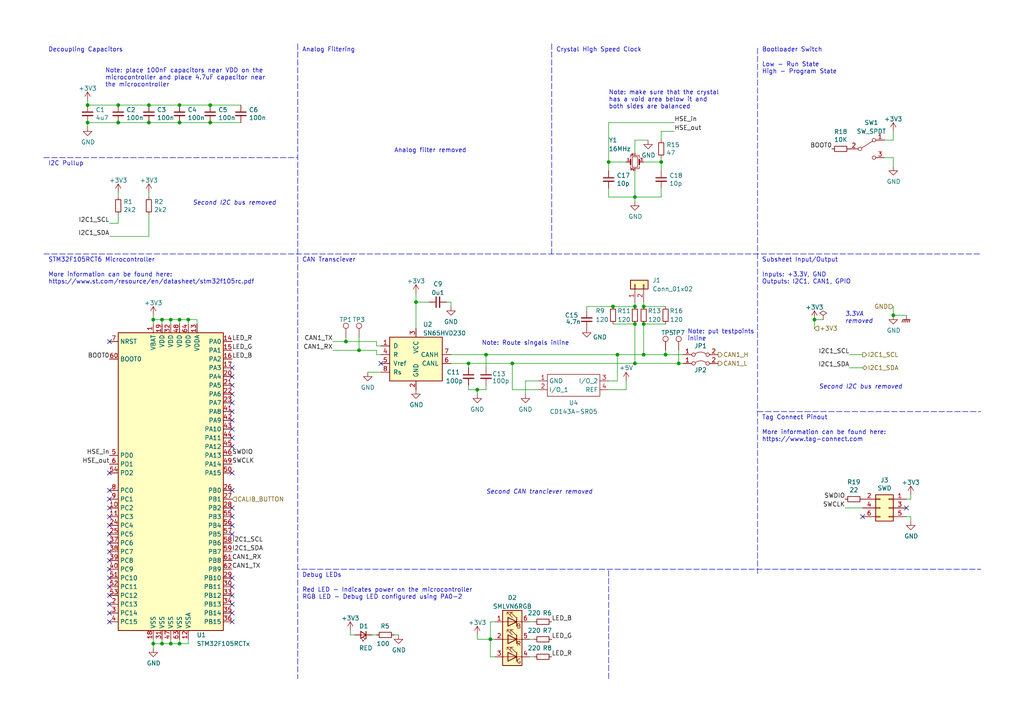
<source format=kicad_sch>
(kicad_sch (version 20211123) (generator eeschema)
  (paper "A4")
  (title_block (title "STM32F105RCT6 Subsheet") (date "2022-10-09") (company "Longhorn Racing"))
  (lib_symbols
    (symbol "Connector:TestPoint" (pin_numbers hide) (pin_names (offset 0.762) hide)
      (property "Reference" "TP" (at 0 6.858 0))
      (property "Value" "TestPoint" (at 0 5.08 0))
      (symbol "TestPoint_0_1"
        (circle (center 0 3.302) (radius 0.762))
      )
      (symbol "TestPoint_1_1"
        (pin passive line (at 0 0 90) (length 2.54) (name "1") (number "1"))
      )
    )
    (symbol "Connector_Generic:Conn_01x02" (pin_names (offset 1.016) hide)
      (property "Reference" "J" (at 0 2.54 0))
      (property "Value" "Conn_01x02" (at 0 -5.08 0))
      (symbol "Conn_01x02_1_1"
        (rectangle (start -1.27 -2.413) (end 0 -2.667) (stroke (width 0.1524)))
        (rectangle (start -1.27 0.127) (end 0 -0.127) (stroke (width 0.1524)))
        (rectangle (start -1.27 1.27) (end 1.27 -3.81) (stroke (width 0.254)) (fill (type background)))
        (pin passive line (at -5.08 0 0) (length 3.81) (name "Pin_1") (number "1"))
        (pin passive line (at -5.08 -2.54 0) (length 3.81) (name "Pin_2") (number "2"))
      )
    )
    (symbol "Connector_Generic:Conn_02x03_Odd_Even" (pin_names (offset 1.016) hide)
      (property "Reference" "J" (at 1.27 5.08 0))
      (property "Value" "Conn_02x03_Odd_Even" (at 1.27 -5.08 0))
      (symbol "Conn_02x03_Odd_Even_1_1"
        (rectangle (start -1.27 -2.413) (end 0 -2.667) (stroke (width 0.1524)))
        (rectangle (start -1.27 0.127) (end 0 -0.127) (stroke (width 0.1524)))
        (rectangle (start -1.27 2.667) (end 0 2.413) (stroke (width 0.1524)))
        (rectangle (start -1.27 3.81) (end 3.81 -3.81) (stroke (width 0.254)) (fill (type background)))
        (rectangle (start 3.81 -2.413) (end 2.54 -2.667) (stroke (width 0.1524)))
        (rectangle (start 3.81 0.127) (end 2.54 -0.127) (stroke (width 0.1524)))
        (rectangle (start 3.81 2.667) (end 2.54 2.413) (stroke (width 0.1524)))
        (pin passive line (at -5.08 2.54 0) (length 3.81) (name "Pin_1") (number "1"))
        (pin passive line (at 7.62 2.54 180) (length 3.81) (name "Pin_2") (number "2"))
        (pin passive line (at -5.08 0 0) (length 3.81) (name "Pin_3") (number "3"))
        (pin passive line (at 7.62 0 180) (length 3.81) (name "Pin_4") (number "4"))
        (pin passive line (at -5.08 -2.54 0) (length 3.81) (name "Pin_5") (number "5"))
        (pin passive line (at 7.62 -2.54 180) (length 3.81) (name "Pin_6") (number "6"))
      )
    )
    (symbol "Device:C_Small" (pin_numbers hide) (pin_names (offset 0.254) hide)
      (property "Reference" "C" (at 0.254 1.778 0))
      (property "Value" "C_Small" (at 0.254 -2.032 0))
      (symbol "C_Small_0_1"
        (polyline (pts (xy -1.524 -0.508) (xy 1.524 -0.508)) (stroke (width 0.3302)))
        (polyline (pts (xy -1.524 0.508) (xy 1.524 0.508)) (stroke (width 0.3048)))
      )
      (symbol "C_Small_1_1"
        (pin passive line (at 0 2.54 270) (length 2.032) (name "~") (number "1"))
        (pin passive line (at 0 -2.54 90) (length 2.032) (name "~") (number "2"))
      )
    )
    (symbol "Device:Crystal_GND24_Small" (pin_names (offset 1.016) hide)
      (property "Reference" "Y" (at 1.27 4.445 0))
      (property "Value" "Crystal_GND24_Small" (at 1.27 2.54 0))
      (symbol "Crystal_GND24_Small_0_1"
        (rectangle (start -0.762 -1.524) (end 0.762 1.524))
        (polyline (pts (xy -1.27 -0.762) (xy -1.27 0.762)) (stroke (width 0.381)))
        (polyline (pts (xy 1.27 -0.762) (xy 1.27 0.762)) (stroke (width 0.381)))
        (polyline (pts (xy -1.27 -1.27) (xy -1.27 -1.905) (xy 1.27 -1.905) (xy 1.27 -1.27)))
        (polyline (pts (xy -1.27 1.27) (xy -1.27 1.905) (xy 1.27 1.905) (xy 1.27 1.27)))
      )
      (symbol "Crystal_GND24_Small_1_1"
        (pin passive line (at -2.54 0 0) (length 1.27) (name "1") (number "1"))
        (pin passive line (at 0 -2.54 90) (length 0.635) (name "2") (number "2"))
        (pin passive line (at 2.54 0 180) (length 1.27) (name "3") (number "3"))
        (pin passive line (at 0 2.54 270) (length 0.635) (name "4") (number "4"))
      )
    )
    (symbol "Device:LED_Small" (pin_numbers hide) (pin_names (offset 0.254) hide)
      (property "Reference" "D" (at -1.27 3.175 0))
      (property "Value" "LED_Small" (at -4.445 -2.54 0))
      (symbol "LED_Small_0_1"
        (polyline (pts (xy -0.762 -1.016) (xy -0.762 1.016)) (stroke (width 0.254)))
        (polyline (pts (xy 1.016 0) (xy -0.762 0)))
        (polyline (pts (xy 0.762 -1.016) (xy -0.762 0) (xy 0.762 1.016) (xy 0.762 -1.016)) (stroke (width 0.254)))
        (polyline (pts (xy 0 0.762) (xy -0.508 1.27) (xy -0.254 1.27) (xy -0.508 1.27) (xy -0.508 1.016)))
        (polyline (pts (xy 0.508 1.27) (xy 0 1.778) (xy 0.254 1.778) (xy 0 1.778) (xy 0 1.524)))
      )
      (symbol "LED_Small_1_1"
        (pin passive line (at -2.54 0 0) (length 1.778) (name "K") (number "1"))
        (pin passive line (at 2.54 0 180) (length 1.778) (name "A") (number "2"))
      )
    )
    (symbol "Device:R_Small" (pin_numbers hide) (pin_names (offset 0.254) hide)
      (property "Reference" "R" (at 0.762 0.508 0))
      (property "Value" "R_Small" (at 0.762 -1.016 0))
      (symbol "R_Small_0_1"
        (rectangle (start -0.762 1.778) (end 0.762 -1.778) (stroke (width 0.2032)))
      )
      (symbol "R_Small_1_1"
        (pin passive line (at 0 2.54 270) (length 0.762) (name "~") (number "1"))
        (pin passive line (at 0 -2.54 90) (length 0.762) (name "~") (number "2"))
      )
    )
    (symbol "Global_Library:CD143A-SR05"
      (property "Reference" "U" (at 0 -5.715 0))
      (property "Value" "CD143A-SR05" (at 0 3.81 0))
      (symbol "CD143A-SR05_0_0"
        (pin output line (at -10.16 0.635 0) (length 2.54) (name "GND") (number "1"))
        (pin input line (at -10.16 -1.905 0) (length 2.54) (name "I/O_1") (number "2"))
        (pin input line (at 10.16 0.635 180) (length 2.54) (name "I/O_2") (number "3"))
        (pin input line (at 10.16 -1.905 180) (length 2.54) (name "REF") (number "4"))
      )
      (symbol "CD143A-SR05_0_1"
        (rectangle (start -7.62 2.54) (end 7.62 -3.81))
      )
    )
    (symbol "Interface_CAN_LIN:SN65HVD230" (pin_names (offset 1.016))
      (property "Reference" "U" (at -2.54 10.16 0))
      (property "Value" "SN65HVD230" (at -2.54 7.62 0))
      (symbol "SN65HVD230_0_1"
        (rectangle (start -7.62 5.08) (end 7.62 -7.62) (stroke (width 0.254)) (fill (type background)))
      )
      (symbol "SN65HVD230_1_1"
        (pin input line (at -10.16 2.54 0) (length 2.54) (name "D") (number "1"))
        (pin power_in line (at 0 -10.16 90) (length 2.54) (name "GND") (number "2"))
        (pin power_in line (at 0 7.62 270) (length 2.54) (name "VCC") (number "3"))
        (pin output line (at -10.16 0 0) (length 2.54) (name "R") (number "4"))
        (pin output line (at -10.16 -2.54 0) (length 2.54) (name "Vref") (number "5"))
        (pin bidirectional line (at 10.16 -2.54 180) (length 2.54) (name "CANL") (number "6"))
        (pin bidirectional line (at 10.16 0 180) (length 2.54) (name "CANH") (number "7"))
        (pin input line (at -10.16 -5.08 0) (length 2.54) (name "Rs") (number "8"))
      )
    )
    (symbol "Jumper:Jumper_2_Bridged" (pin_names (offset 0) hide)
      (property "Reference" "JP" (at 0 1.905 0))
      (property "Value" "Jumper_2_Bridged" (at 0 -2.54 0))
      (symbol "Jumper_2_Bridged_0_0"
        (circle (center -2.032 0) (radius 0.508))
        (circle (center 2.032 0) (radius 0.508))
      )
      (symbol "Jumper_2_Bridged_0_1"
        (arc (start 1.524 0.254) (mid 0 0.762) (end -1.524 0.254))
      )
      (symbol "Jumper_2_Bridged_1_1"
        (pin passive line (at -5.08 0 0) (length 2.54) (name "A") (number "1"))
        (pin passive line (at 5.08 0 180) (length 2.54) (name "B") (number "2"))
      )
    )
    (symbol "LED:SMLVN6RGB" (pin_names (offset 0) hide)
      (property "Reference" "D" (at 0 12.7 0))
      (property "Value" "SMLVN6RGB" (at 0 10.16 0))
      (symbol "SMLVN6RGB_0_0"
        (text "B" (at 1.905 3.81 0) (effects (font (size 1.27 1.27))))
        (text "G" (at 1.905 -6.35 0) (effects (font (size 1.27 1.27))))
        (text "R" (at 1.905 -1.27 0) (effects (font (size 1.27 1.27))))
      )
      (symbol "SMLVN6RGB_0_1"
        (rectangle (start -2.794 8.382) (end 2.794 -7.62) (stroke (width 0.254)) (fill (type background)))
        (rectangle (start -1.27 -1.27) (end -1.27 1.27))
        (rectangle (start -1.27 1.27) (end -1.27 1.27))
        (rectangle (start -1.27 3.81) (end -1.27 6.35))
        (rectangle (start -1.27 6.35) (end -1.27 6.35))
        (polyline (pts (xy -1.27 -5.08) (xy -2.54 -5.08)))
        (polyline (pts (xy -1.27 0) (xy -2.54 0)))
        (polyline (pts (xy -1.27 0) (xy 1.27 0)))
        (polyline (pts (xy -1.27 5.08) (xy -2.54 5.08)))
        (polyline (pts (xy 1.27 -5.08) (xy -1.27 -5.08)))
        (polyline (pts (xy 1.27 -5.08) (xy 2.54 -5.08)))
        (polyline (pts (xy 1.27 -3.81) (xy 1.27 -6.35)) (stroke (width 0.254)))
        (polyline (pts (xy 1.27 0) (xy 2.54 0)))
        (polyline (pts (xy 1.27 1.27) (xy 1.27 -1.27)) (stroke (width 0.254)))
        (polyline (pts (xy 1.27 5.08) (xy -1.27 5.08)))
        (polyline (pts (xy 1.27 5.08) (xy 2.54 5.08)))
        (polyline (pts (xy 1.27 6.35) (xy 1.27 3.81)) (stroke (width 0.254)))
        (polyline (pts (xy 1.27 1.27) (xy 1.27 -1.27) (xy 1.27 -1.27)))
        (polyline (pts (xy 1.27 6.35) (xy 1.27 3.81) (xy 1.27 3.81)))
        (polyline (pts (xy -1.27 -3.81) (xy -1.27 -6.35) (xy 1.27 -5.08) (xy -1.27 -3.81)) (stroke (width 0.254)))
        (polyline (pts (xy -1.27 1.27) (xy -1.27 -1.27) (xy 1.27 0) (xy -1.27 1.27)) (stroke (width 0.254)))
        (polyline (pts (xy -1.27 6.35) (xy -1.27 3.81) (xy 1.27 5.08) (xy -1.27 6.35)) (stroke (width 0.254)))
        (polyline (pts (xy 0 -3.81) (xy -1.524 -2.286) (xy -0.762 -2.286) (xy -1.524 -2.286) (xy -1.524 -3.048)))
        (polyline (pts (xy 0 1.27) (xy -1.524 2.794) (xy -0.762 2.794) (xy -1.524 2.794) (xy -1.524 2.032)))
        (polyline (pts (xy 0 6.35) (xy -1.524 7.874) (xy -0.762 7.874) (xy -1.524 7.874) (xy -1.524 7.112)))
        (polyline (pts (xy 1.016 -3.81) (xy -0.508 -2.286) (xy 0.254 -2.286) (xy -0.508 -2.286) (xy -0.508 -3.048)))
        (polyline (pts (xy 1.016 1.27) (xy -0.508 2.794) (xy 0.254 2.794) (xy -0.508 2.794) (xy -0.508 2.032)))
        (polyline (pts (xy 1.016 6.35) (xy -0.508 7.874) (xy 0.254 7.874) (xy -0.508 7.874) (xy -0.508 7.112)))
      )
      (symbol "SMLVN6RGB_1_1"
        (pin passive line (at -5.08 5.08 0) (length 2.54) (name "BA") (number "1"))
        (pin passive line (at -5.08 0 0) (length 2.54) (name "RA") (number "2"))
        (pin passive line (at -5.08 -5.08 0) (length 2.54) (name "GA") (number "3"))
        (pin passive line (at 5.08 -5.08 180) (length 2.54) (name "GK") (number "4"))
        (pin passive line (at 5.08 0 180) (length 2.54) (name "RK") (number "5"))
        (pin passive line (at 5.08 5.08 180) (length 2.54) (name "BK") (number "6"))
      )
    )
    (symbol "MCU_ST_STM32F1:STM32F105RCTx"
      (property "Reference" "U" (at -15.24 44.45 0))
      (property "Value" "STM32F105RCTx" (at 10.16 44.45 0))
      (symbol "STM32F105RCTx_0_1"
        (rectangle (start -15.24 -43.18) (end 15.24 43.18) (stroke (width 0.254)) (fill (type background)))
      )
      (symbol "STM32F105RCTx_1_1"
        (pin power_in line (at -5.08 45.72 270) (length 2.54) (name "VBAT") (number "1"))
        (pin bidirectional line (at -17.78 -7.62 0) (length 2.54) (name "PC2") (number "10"))
        (pin bidirectional line (at -17.78 -10.16 0) (length 2.54) (name "PC3") (number "11"))
        (pin power_in line (at 5.08 -45.72 90) (length 2.54) (name "VSSA") (number "12"))
        (pin power_in line (at 7.62 45.72 270) (length 2.54) (name "VDDA") (number "13"))
        (pin bidirectional line (at 17.78 40.64 180) (length 2.54) (name "PA0") (number "14"))
        (pin bidirectional line (at 17.78 38.1 180) (length 2.54) (name "PA1") (number "15"))
        (pin bidirectional line (at 17.78 35.56 180) (length 2.54) (name "PA2") (number "16"))
        (pin bidirectional line (at 17.78 33.02 180) (length 2.54) (name "PA3") (number "17"))
        (pin power_in line (at -5.08 -45.72 90) (length 2.54) (name "VSS") (number "18"))
        (pin power_in line (at -2.54 45.72 270) (length 2.54) (name "VDD") (number "19"))
        (pin bidirectional line (at -17.78 -35.56 0) (length 2.54) (name "PC13") (number "2"))
        (pin bidirectional line (at 17.78 30.48 180) (length 2.54) (name "PA4") (number "20"))
        (pin bidirectional line (at 17.78 27.94 180) (length 2.54) (name "PA5") (number "21"))
        (pin bidirectional line (at 17.78 25.4 180) (length 2.54) (name "PA6") (number "22"))
        (pin bidirectional line (at 17.78 22.86 180) (length 2.54) (name "PA7") (number "23"))
        (pin bidirectional line (at -17.78 -12.7 0) (length 2.54) (name "PC4") (number "24"))
        (pin bidirectional line (at -17.78 -15.24 0) (length 2.54) (name "PC5") (number "25"))
        (pin bidirectional line (at 17.78 -2.54 180) (length 2.54) (name "PB0") (number "26"))
        (pin bidirectional line (at 17.78 -5.08 180) (length 2.54) (name "PB1") (number "27"))
        (pin bidirectional line (at 17.78 -7.62 180) (length 2.54) (name "PB2") (number "28"))
        (pin bidirectional line (at 17.78 -27.94 180) (length 2.54) (name "PB10") (number "29"))
        (pin bidirectional line (at -17.78 -38.1 0) (length 2.54) (name "PC14") (number "3"))
        (pin bidirectional line (at 17.78 -30.48 180) (length 2.54) (name "PB11") (number "30"))
        (pin power_in line (at -2.54 -45.72 90) (length 2.54) (name "VSS") (number "31"))
        (pin power_in line (at 0 45.72 270) (length 2.54) (name "VDD") (number "32"))
        (pin bidirectional line (at 17.78 -33.02 180) (length 2.54) (name "PB12") (number "33"))
        (pin bidirectional line (at 17.78 -35.56 180) (length 2.54) (name "PB13") (number "34"))
        (pin bidirectional line (at 17.78 -38.1 180) (length 2.54) (name "PB14") (number "35"))
        (pin bidirectional line (at 17.78 -40.64 180) (length 2.54) (name "PB15") (number "36"))
        (pin bidirectional line (at -17.78 -17.78 0) (length 2.54) (name "PC6") (number "37"))
        (pin bidirectional line (at -17.78 -20.32 0) (length 2.54) (name "PC7") (number "38"))
        (pin bidirectional line (at -17.78 -22.86 0) (length 2.54) (name "PC8") (number "39"))
        (pin bidirectional line (at -17.78 -40.64 0) (length 2.54) (name "PC15") (number "4"))
        (pin bidirectional line (at -17.78 -25.4 0) (length 2.54) (name "PC9") (number "40"))
        (pin bidirectional line (at 17.78 20.32 180) (length 2.54) (name "PA8") (number "41"))
        (pin bidirectional line (at 17.78 17.78 180) (length 2.54) (name "PA9") (number "42"))
        (pin bidirectional line (at 17.78 15.24 180) (length 2.54) (name "PA10") (number "43"))
        (pin bidirectional line (at 17.78 12.7 180) (length 2.54) (name "PA11") (number "44"))
        (pin bidirectional line (at 17.78 10.16 180) (length 2.54) (name "PA12") (number "45"))
        (pin bidirectional line (at 17.78 7.62 180) (length 2.54) (name "PA13") (number "46"))
        (pin power_in line (at 0 -45.72 90) (length 2.54) (name "VSS") (number "47"))
        (pin power_in line (at 2.54 45.72 270) (length 2.54) (name "VDD") (number "48"))
        (pin bidirectional line (at 17.78 5.08 180) (length 2.54) (name "PA14") (number "49"))
        (pin input line (at -17.78 7.62 0) (length 2.54) (name "PD0") (number "5"))
        (pin bidirectional line (at 17.78 2.54 180) (length 2.54) (name "PA15") (number "50"))
        (pin bidirectional line (at -17.78 -27.94 0) (length 2.54) (name "PC10") (number "51"))
        (pin bidirectional line (at -17.78 -30.48 0) (length 2.54) (name "PC11") (number "52"))
        (pin bidirectional line (at -17.78 -33.02 0) (length 2.54) (name "PC12") (number "53"))
        (pin bidirectional line (at -17.78 2.54 0) (length 2.54) (name "PD2") (number "54"))
        (pin bidirectional line (at 17.78 -10.16 180) (length 2.54) (name "PB3") (number "55"))
        (pin bidirectional line (at 17.78 -12.7 180) (length 2.54) (name "PB4") (number "56"))
        (pin bidirectional line (at 17.78 -15.24 180) (length 2.54) (name "PB5") (number "57"))
        (pin bidirectional line (at 17.78 -17.78 180) (length 2.54) (name "PB6") (number "58"))
        (pin bidirectional line (at 17.78 -20.32 180) (length 2.54) (name "PB7") (number "59"))
        (pin input line (at -17.78 5.08 0) (length 2.54) (name "PD1") (number "6"))
        (pin input line (at -17.78 35.56 0) (length 2.54) (name "BOOT0") (number "60"))
        (pin bidirectional line (at 17.78 -22.86 180) (length 2.54) (name "PB8") (number "61"))
        (pin bidirectional line (at 17.78 -25.4 180) (length 2.54) (name "PB9") (number "62"))
        (pin power_in line (at 2.54 -45.72 90) (length 2.54) (name "VSS") (number "63"))
        (pin power_in line (at 5.08 45.72 270) (length 2.54) (name "VDD") (number "64"))
        (pin input line (at -17.78 40.64 0) (length 2.54) (name "NRST") (number "7"))
        (pin bidirectional line (at -17.78 -2.54 0) (length 2.54) (name "PC0") (number "8"))
        (pin bidirectional line (at -17.78 -5.08 0) (length 2.54) (name "PC1") (number "9"))
      )
    )
    (symbol "Switch:SW_SPDT" (pin_names (offset 0) hide)
      (property "Reference" "SW" (at 0 4.318 0))
      (property "Value" "SW_SPDT" (at 0 -5.08 0))
      (symbol "SW_SPDT_0_0"
        (circle (center -2.032 0) (radius 0.508))
        (circle (center 2.032 -2.54) (radius 0.508))
      )
      (symbol "SW_SPDT_0_1"
        (polyline (pts (xy -1.524 0.254) (xy 1.651 2.286)))
        (circle (center 2.032 2.54) (radius 0.508))
      )
      (symbol "SW_SPDT_1_1"
        (pin passive line (at 5.08 2.54 180) (length 2.54) (name "A") (number "1"))
        (pin passive line (at -5.08 0 0) (length 2.54) (name "B") (number "2"))
        (pin passive line (at 5.08 -2.54 180) (length 2.54) (name "C") (number "3"))
      )
    )
    (symbol "power:+3V3" (power) (pin_names (offset 0))
      (property "Value" "+3V3" (at 0 3.556 0))
      (symbol "+3V3_0_1"
        (polyline (pts (xy -0.762 1.27) (xy 0 2.54)))
        (polyline (pts (xy 0 0) (xy 0 2.54)))
        (polyline (pts (xy 0 2.54) (xy 0.762 1.27)))
      )
      (symbol "+3V3_1_1"
        (pin power_in line (at 0 0 90) (length 0) hide (name "+3V3") (number "1"))
      )
    )
    (symbol "power:+5V" (power) (pin_names (offset 0))
      (property "Value" "+5V" (at 0 3.556 0))
      (symbol "+5V_0_1"
        (polyline (pts (xy -0.762 1.27) (xy 0 2.54)))
        (polyline (pts (xy 0 0) (xy 0 2.54)))
        (polyline (pts (xy 0 2.54) (xy 0.762 1.27)))
      )
      (symbol "+5V_1_1"
        (pin power_in line (at 0 0 90) (length 0) hide (name "+5V") (number "1"))
      )
    )
    (symbol "power:GND" (power) (pin_names (offset 0))
      (property "Value" "GND" (at 0 -3.81 0))
      (symbol "GND_0_1"
        (polyline (pts (xy 0 0) (xy 0 -1.27) (xy 1.27 -1.27) (xy 0 -2.54) (xy -1.27 -1.27) (xy 0 -1.27)))
      )
      (symbol "GND_1_1"
        (pin power_in line (at 0 0 270) (length 0) hide (name "GND") (number "1"))
      )
    )
    (symbol "power:GNDPWR" (power) (pin_names (offset 0))
      (property "Value" "GNDPWR" (at 0 -3.302 0))
      (symbol "GNDPWR_0_1"
        (polyline (pts (xy 0 -1.27) (xy 0 0)))
        (polyline (pts (xy -1.016 -1.27) (xy -1.27 -2.032) (xy -1.27 -2.032)) (stroke (width 0.2032)))
        (polyline (pts (xy -0.508 -1.27) (xy -0.762 -2.032) (xy -0.762 -2.032)) (stroke (width 0.2032)))
        (polyline (pts (xy 0 -1.27) (xy -0.254 -2.032) (xy -0.254 -2.032)) (stroke (width 0.2032)))
        (polyline (pts (xy 0.508 -1.27) (xy 0.254 -2.032) (xy 0.254 -2.032)) (stroke (width 0.2032)))
        (polyline (pts (xy 1.016 -1.27) (xy -1.016 -1.27) (xy -1.016 -1.27)) (stroke (width 0.2032)))
        (polyline (pts (xy 1.016 -1.27) (xy 0.762 -2.032) (xy 0.762 -2.032) (xy 0.762 -2.032)) (stroke (width 0.2032)))
      )
      (symbol "GNDPWR_1_1"
        (pin power_in line (at 0 0 270) (length 0) hide (name "GNDPWR") (number "1"))
      )
    )
    (symbol "power:PWR_FLAG" (power) (pin_numbers hide) (pin_names (offset 0) hide)
      (property "Value" "PWR_FLAG" (at 0 3.81 0))
      (symbol "PWR_FLAG_0_0"
        (pin power_out line (at 0 0 90) (length 0) (name "pwr") (number "1"))
      )
      (symbol "PWR_FLAG_0_1"
        (polyline (pts (xy 0 0) (xy 0 1.27) (xy -1.016 1.905) (xy 0 2.54) (xy 1.016 1.905) (xy 0 1.27)))
      )
    )
  )
  (junction (at 49.53 186.69))
  (junction (at 184.15 57.15))
  (junction (at 60.96 35.56))
  (junction (at 140.97 102.87))
  (junction (at 34.29 35.56))
  (junction (at 100.33 99.06))
  (junction (at 104.14 101.6))
  (junction (at 43.18 35.56))
  (junction (at 186.69 88.9))
  (junction (at 142.24 185.42))
  (junction (at 54.61 92.71))
  (junction (at 177.8 88.9))
  (junction (at 148.59 105.41))
  (junction (at 60.96 30.48))
  (junction (at 196.85 105.41))
  (junction (at 186.69 93.98))
  (junction (at 44.45 186.69))
  (junction (at 52.07 92.71))
  (junction (at 184.15 93.98))
  (junction (at 179.07 102.87))
  (junction (at 46.99 186.69))
  (junction (at 184.15 105.41))
  (junction (at 176.53 46.99))
  (junction (at 193.04 102.87))
  (junction (at 34.29 30.48))
  (junction (at 44.45 92.71))
  (junction (at 236.22 92.71))
  (junction (at 184.15 88.9))
  (junction (at 52.07 186.69))
  (junction (at 52.07 30.48))
  (junction (at 46.99 92.71))
  (junction (at 135.89 105.41))
  (junction (at 120.65 87.63))
  (junction (at 25.4 35.56))
  (junction (at 25.4 30.48))
  (junction (at 186.69 102.87))
  (junction (at 138.43 113.03))
  (junction (at 259.08 91.44))
  (junction (at 191.77 46.99))
  (junction (at 52.07 35.56))
  (junction (at 49.53 92.71))
  (junction (at 43.18 30.48))
  (no_connect (at 67.31 177.8))
  (no_connect (at 67.31 180.34))
  (no_connect (at 31.75 99.06))
  (no_connect (at 67.31 116.84))
  (no_connect (at 67.31 111.76))
  (no_connect (at 67.31 114.3))
  (no_connect (at 67.31 154.94))
  (no_connect (at 67.31 167.64))
  (no_connect (at 67.31 170.18))
  (no_connect (at 67.31 152.4))
  (no_connect (at 67.31 142.24))
  (no_connect (at 67.31 109.22))
  (no_connect (at 67.31 106.68))
  (no_connect (at 67.31 137.16))
  (no_connect (at 67.31 121.92))
  (no_connect (at 67.31 124.46))
  (no_connect (at 67.31 119.38))
  (no_connect (at 67.31 175.26))
  (no_connect (at 67.31 172.72))
  (no_connect (at 67.31 147.32))
  (no_connect (at 67.31 127))
  (no_connect (at 67.31 129.54))
  (no_connect (at 31.75 142.24))
  (no_connect (at 31.75 144.78))
  (no_connect (at 31.75 147.32))
  (no_connect (at 31.75 137.16))
  (no_connect (at 31.75 165.1))
  (no_connect (at 31.75 167.64))
  (no_connect (at 31.75 170.18))
  (no_connect (at 31.75 172.72))
  (no_connect (at 31.75 175.26))
  (no_connect (at 31.75 177.8))
  (no_connect (at 31.75 180.34))
  (no_connect (at 31.75 149.86))
  (no_connect (at 31.75 152.4))
  (no_connect (at 31.75 154.94))
  (no_connect (at 31.75 157.48))
  (no_connect (at 31.75 160.02))
  (no_connect (at 31.75 162.56))
  (no_connect (at 262.89 147.32))
  (no_connect (at 67.31 149.86))
  (no_connect (at 250.19 149.86))
  (no_connect (at 110.49 105.41))
  (wire (pts (xy 152.4 110.49) (xy 152.4 114.3)))
  (wire (pts (xy 245.11 147.32) (xy 250.19 147.32)))
  (wire (pts (xy 130.81 87.63) (xy 130.81 88.9)))
  (wire (pts (xy 262.89 144.78) (xy 264.16 144.78)))
  (wire (pts (xy 100.33 97.79) (xy 100.33 99.06)))
  (polyline (pts (xy 160.02 165.1) (xy 86.36 165.1)))
  (wire (pts (xy 43.18 30.48) (xy 52.07 30.48)))
  (wire (pts (xy 259.08 40.64) (xy 259.08 38.1)))
  (wire (pts (xy 109.22 100.33) (xy 110.49 100.33)))
  (wire (pts (xy 25.4 36.83) (xy 25.4 35.56)))
  (wire (pts (xy 44.45 186.69) (xy 44.45 187.96)))
  (wire (pts (xy 153.67 180.34) (xy 154.94 180.34)))
  (wire (pts (xy 191.77 46.99) (xy 191.77 49.53)))
  (wire (pts (xy 109.22 102.87) (xy 110.49 102.87)))
  (wire (pts (xy 60.96 35.56) (xy 69.85 35.56)))
  (wire (pts (xy 140.97 102.87) (xy 179.07 102.87)))
  (wire (pts (xy 181.61 110.49) (xy 181.61 113.03)))
  (wire (pts (xy 129.54 87.63) (xy 130.81 87.63)))
  (wire (pts (xy 148.59 105.41) (xy 184.15 105.41)))
  (wire (pts (xy 259.08 91.44) (xy 259.08 88.9)))
  (wire (pts (xy 135.89 105.41) (xy 135.89 106.68)))
  (wire (pts (xy 187.96 40.64) (xy 184.15 40.64)))
  (wire (pts (xy 179.07 110.49) (xy 179.07 102.87)))
  (wire (pts (xy 177.8 93.98) (xy 184.15 93.98)))
  (wire (pts (xy 25.4 30.48) (xy 34.29 30.48)))
  (wire (pts (xy 186.69 93.98) (xy 186.69 102.87)))
  (wire (pts (xy 25.4 29.21) (xy 25.4 30.48)))
  (wire (pts (xy 138.43 113.03) (xy 140.97 113.03)))
  (wire (pts (xy 46.99 186.69) (xy 49.53 186.69)))
  (wire (pts (xy 184.15 57.15) (xy 191.77 57.15)))
  (wire (pts (xy 106.68 107.95) (xy 110.49 107.95)))
  (wire (pts (xy 170.18 88.9) (xy 177.8 88.9)))
  (wire (pts (xy 262.89 149.86) (xy 264.16 149.86)))
  (wire (pts (xy 186.69 93.98) (xy 193.04 93.98)))
  (wire (pts (xy 44.45 92.71) (xy 44.45 91.44)))
  (wire (pts (xy 176.53 54.61) (xy 176.53 57.15)))
  (wire (pts (xy 142.24 180.34) (xy 142.24 185.42)))
  (wire (pts (xy 143.51 180.34) (xy 142.24 180.34)))
  (polyline (pts (xy 160.02 165.1) (xy 284.48 165.1)))
  (wire (pts (xy 49.53 92.71) (xy 46.99 92.71)))
  (wire (pts (xy 120.65 87.63) (xy 120.65 95.25)))
  (wire (pts (xy 57.15 93.98) (xy 57.15 92.71)))
  (wire (pts (xy 142.24 190.5) (xy 143.51 190.5)))
  (wire (pts (xy 49.53 93.98) (xy 49.53 92.71)))
  (wire (pts (xy 138.43 113.03) (xy 138.43 114.3)))
  (wire (pts (xy 259.08 91.44) (xy 262.89 91.44)))
  (polyline (pts (xy 160.02 12.7) (xy 160.02 73.66)))
  (wire (pts (xy 186.69 88.9) (xy 186.69 87.63)))
  (wire (pts (xy 184.15 40.64) (xy 184.15 44.45)))
  (wire (pts (xy 256.54 40.64) (xy 259.08 40.64)))
  (polyline (pts (xy 86.36 12.7) (xy 86.36 196.85)))
  (wire (pts (xy 44.45 93.98) (xy 44.45 92.71)))
  (wire (pts (xy 196.85 101.6) (xy 196.85 105.41)))
  (wire (pts (xy 184.15 87.63) (xy 184.15 88.9)))
  (wire (pts (xy 152.4 110.49) (xy 156.21 110.49)))
  (wire (pts (xy 52.07 30.48) (xy 60.96 30.48)))
  (wire (pts (xy 140.97 111.76) (xy 140.97 113.03)))
  (wire (pts (xy 34.29 55.88) (xy 34.29 57.15)))
  (wire (pts (xy 49.53 186.69) (xy 52.07 186.69)))
  (wire (pts (xy 256.54 45.72) (xy 259.08 45.72)))
  (wire (pts (xy 142.24 185.42) (xy 143.51 185.42)))
  (wire (pts (xy 43.18 35.56) (xy 52.07 35.56)))
  (wire (pts (xy 184.15 105.41) (xy 196.85 105.41)))
  (wire (pts (xy 130.81 102.87) (xy 140.97 102.87)))
  (wire (pts (xy 184.15 93.98) (xy 184.15 105.41)))
  (wire (pts (xy 176.53 113.03) (xy 181.61 113.03)))
  (polyline (pts (xy 219.71 13.97) (xy 219.71 166.37)))
  (wire (pts (xy 186.69 102.87) (xy 193.04 102.87)))
  (polyline (pts (xy 12.7 45.72) (xy 86.36 45.72)))
  (wire (pts (xy 120.65 85.09) (xy 120.65 87.63)))
  (wire (pts (xy 264.16 144.78) (xy 264.16 143.51)))
  (wire (pts (xy 193.04 101.6) (xy 193.04 102.87)))
  (wire (pts (xy 60.96 30.48) (xy 69.85 30.48)))
  (wire (pts (xy 44.45 186.69) (xy 44.45 185.42)))
  (wire (pts (xy 191.77 38.1) (xy 195.58 38.1)))
  (wire (pts (xy 259.08 45.72) (xy 259.08 48.26)))
  (wire (pts (xy 191.77 40.64) (xy 191.77 38.1)))
  (wire (pts (xy 107.95 184.15) (xy 109.22 184.15)))
  (wire (pts (xy 104.14 97.79) (xy 104.14 101.6)))
  (wire (pts (xy 34.29 30.48) (xy 43.18 30.48)))
  (wire (pts (xy 140.97 102.87) (xy 140.97 106.68)))
  (wire (pts (xy 52.07 92.71) (xy 52.07 93.98)))
  (wire (pts (xy 179.07 102.87) (xy 186.69 102.87)))
  (wire (pts (xy 104.14 101.6) (xy 109.22 101.6)))
  (wire (pts (xy 176.53 49.53) (xy 176.53 46.99)))
  (wire (pts (xy 31.75 64.77) (xy 34.29 64.77)))
  (wire (pts (xy 46.99 185.42) (xy 46.99 186.69)))
  (polyline (pts (xy 176.53 196.85) (xy 176.53 165.1)))
  (wire (pts (xy 135.89 113.03) (xy 138.43 113.03)))
  (wire (pts (xy 54.61 186.69) (xy 54.61 185.42)))
  (wire (pts (xy 124.46 87.63) (xy 120.65 87.63)))
  (wire (pts (xy 184.15 57.15) (xy 184.15 58.42)))
  (wire (pts (xy 193.04 102.87) (xy 198.12 102.87)))
  (wire (pts (xy 49.53 92.71) (xy 52.07 92.71)))
  (wire (pts (xy 52.07 92.71) (xy 54.61 92.71)))
  (wire (pts (xy 114.3 184.15) (xy 115.57 184.15)))
  (wire (pts (xy 57.15 92.71) (xy 54.61 92.71)))
  (wire (pts (xy 130.81 105.41) (xy 135.89 105.41)))
  (wire (pts (xy 184.15 49.53) (xy 184.15 57.15)))
  (wire (pts (xy 148.59 105.41) (xy 148.59 113.03)))
  (wire (pts (xy 96.52 99.06) (xy 100.33 99.06)))
  (wire (pts (xy 43.18 68.58) (xy 43.18 62.23)))
  (wire (pts (xy 186.69 46.99) (xy 191.77 46.99)))
  (wire (pts (xy 264.16 149.86) (xy 264.16 151.13)))
  (wire (pts (xy 142.24 185.42) (xy 142.24 190.5)))
  (wire (pts (xy 135.89 105.41) (xy 148.59 105.41)))
  (wire (pts (xy 52.07 35.56) (xy 60.96 35.56)))
  (wire (pts (xy 176.53 35.56) (xy 195.58 35.56)))
  (wire (pts (xy 154.94 190.5) (xy 153.67 190.5)))
  (wire (pts (xy 246.38 102.87) (xy 250.19 102.87)))
  (wire (pts (xy 101.6 182.88) (xy 101.6 184.15)))
  (wire (pts (xy 236.22 92.71) (xy 238.76 92.71)))
  (wire (pts (xy 138.43 185.42) (xy 138.43 184.15)))
  (wire (pts (xy 96.52 101.6) (xy 104.14 101.6)))
  (wire (pts (xy 191.77 57.15) (xy 191.77 54.61)))
  (wire (pts (xy 177.8 88.9) (xy 184.15 88.9)))
  (wire (pts (xy 46.99 186.69) (xy 44.45 186.69)))
  (wire (pts (xy 176.53 110.49) (xy 179.07 110.49)))
  (wire (pts (xy 25.4 35.56) (xy 34.29 35.56)))
  (wire (pts (xy 135.89 111.76) (xy 135.89 113.03)))
  (wire (pts (xy 236.22 92.71) (xy 236.22 95.25)))
  (wire (pts (xy 191.77 45.72) (xy 191.77 46.99)))
  (wire (pts (xy 52.07 186.69) (xy 54.61 186.69)))
  (wire (pts (xy 176.53 46.99) (xy 176.53 35.56)))
  (wire (pts (xy 34.29 64.77) (xy 34.29 62.23)))
  (wire (pts (xy 109.22 101.6) (xy 109.22 102.87)))
  (polyline (pts (xy 219.71 119.38) (xy 284.48 119.38)))
  (wire (pts (xy 246.38 106.68) (xy 250.19 106.68)))
  (wire (pts (xy 196.85 105.41) (xy 198.12 105.41)))
  (wire (pts (xy 34.29 35.56) (xy 43.18 35.56)))
  (wire (pts (xy 176.53 46.99) (xy 181.61 46.99)))
  (wire (pts (xy 148.59 113.03) (xy 156.21 113.03)))
  (wire (pts (xy 170.18 88.9) (xy 170.18 90.17)))
  (wire (pts (xy 31.75 68.58) (xy 43.18 68.58)))
  (wire (pts (xy 100.33 99.06) (xy 109.22 99.06)))
  (wire (pts (xy 176.53 57.15) (xy 184.15 57.15)))
  (wire (pts (xy 52.07 186.69) (xy 52.07 185.42)))
  (polyline (pts (xy 12.7 73.66) (xy 284.48 73.66)))
  (wire (pts (xy 138.43 185.42) (xy 142.24 185.42)))
  (wire (pts (xy 44.45 92.71) (xy 46.99 92.71)))
  (wire (pts (xy 109.22 99.06) (xy 109.22 100.33)))
  (wire (pts (xy 46.99 92.71) (xy 46.99 93.98)))
  (wire (pts (xy 43.18 55.88) (xy 43.18 57.15)))
  (wire (pts (xy 49.53 186.69) (xy 49.53 185.42)))
  (wire (pts (xy 193.04 88.9) (xy 186.69 88.9)))
  (wire (pts (xy 101.6 184.15) (xy 102.87 184.15)))
  (wire (pts (xy 54.61 92.71) (xy 54.61 93.98)))
  (wire (pts (xy 154.94 185.42) (xy 153.67 185.42)))
  (text "Note: place 100nF capacitors near VDD on the \nmicrocontroller and place 4.7uF capacitor near \nthe microcontroller" (at 30.48 25.4 0) (effects (font (size 1.27 1.27)) (justify left bottom)))
  (text "Inputs: +3.3V, GND\nOutputs: I2C1, CAN1, GPIO" (at 220.98 82.55 0) (effects (font (size 1.27 1.27)) (justify left bottom)))
  (text "Bootloader Switch" (at 220.98 15.24 0) (effects (font (size 1.27 1.27)) (justify left bottom)))
  (text "Low - Run State\nHigh - Program State" (at 220.98 21.59 0) (effects (font (size 1.27 1.27)) (justify left bottom)))
  (text "Note: Route singals inline" (at 139.7 100.33 0) (effects (font (size 1.27 1.27)) (justify left bottom)))
  (text "Second I2C bus removed" (at 55.88 59.69 0) (effects (font (size 1.27 1.27) italic) (justify left bottom)))
  (text "Analog Filtering" (at 87.63 15.24 0) (effects (font (size 1.27 1.27)) (justify left bottom)))
  (text "I2C Pullup" (at 13.97 48.26 0) (effects (font (size 1.27 1.27)) (justify left bottom)))
  (text "Tag Connect Pinout" (at 220.98 121.92 0) (effects (font (size 1.27 1.27)) (justify left bottom)))
  (text "Analog filter removed" (at 114.3 44.45 0) (effects (font (size 1.27 1.27)) (justify left bottom)))
  (text "Subsheet Input/Output" (at 220.98 76.2 0) (effects (font (size 1.27 1.27)) (justify left bottom)))
  (text "Debug LEDs" (at 87.63 167.64 0) (effects (font (size 1.27 1.27)) (justify left bottom)))
  (text "Second I2C bus removed" (at 237.49 113.03 0) (effects (font (size 1.27 1.27) italic) (justify left bottom)))
  (text "3.3VA\nremoved" (at 245.11 93.98 0) (effects (font (size 1.27 1.27) italic) (justify left bottom)))
  (text "Note: make sure that the crystal \nhas a void area below it and\nboth sides are balanced" (at 176.53 31.75 0) (effects (font (size 1.27 1.27)) (justify left bottom)))
  (text "Decoupling Capacitors" (at 13.97 15.24 0) (effects (font (size 1.27 1.27)) (justify left bottom)))
  (text "Crystal High Speed Clock" (at 161.29 15.24 0) (effects (font (size 1.27 1.27)) (justify left bottom)))
  (text "STM32F105RCT6 Microcontroller" (at 13.97 76.2 0) (effects (font (size 1.27 1.27)) (justify left bottom)))
  (text "CAN Transciever\n" (at 87.63 76.2 0) (effects (font (size 1.27 1.27)) (justify left bottom)))
  (text "More information can be found here:\nhttps://www.st.com/resource/en/datasheet/stm32f105rc.pdf" (at 13.97 82.55 0) (effects (font (size 1.27 1.27)) (justify left bottom)))
  (text "More information can be found here: \nhttps://www.tag-connect.com" (at 220.98 128.27 0) (effects (font (size 1.27 1.27)) (justify left bottom)))
  (text "Note: put testpoints \ninline" (at 199.39 99.06 0) (effects (font (size 1.27 1.27)) (justify left bottom)))
  (text "Second CAN tranciever removed" (at 140.97 143.51 0) (effects (font (size 1.27 1.27) italic) (justify left bottom)))
  (text "Red LED - Indicates power on the microcontroller\nRGB LED - Debug LED configured using PA0-2" (at 87.63 173.99 0) (effects (font (size 1.27 1.27)) (justify left bottom)))
  (label "SWDIO" (at 245.11 144.78 180))
  (label "HSE_in" (at 195.58 35.56 0))
  (label "SWCLK" (at 245.11 147.32 180))
  (label "SWDIO" (at 67.31 132.08 0))
  (label "HSE_out" (at 31.75 134.62 180))
  (label "LED_G" (at 160.02 185.42 0))
  (label "CAN1_RX" (at 96.52 101.6 180))
  (label "LED_B" (at 160.02 180.34 0))
  (label "BOOT0" (at 241.3 43.18 180))
  (label "I2C1_SCL" (at 31.75 64.77 180))
  (label "HSE_in" (at 31.75 132.08 180))
  (label "CAN1_RX" (at 67.31 162.56 0))
  (label "CAN1_TX" (at 67.31 165.1 0))
  (label "HSE_out" (at 195.58 38.1 0))
  (label "I2C1_SCL" (at 246.38 102.87 180))
  (label "I2C1_SDA" (at 67.31 160.02 0))
  (label "CAN1_TX" (at 96.52 99.06 180))
  (label "BOOT0" (at 31.75 104.14 180))
  (label "I2C1_SDA" (at 246.38 106.68 180))
  (label "LED_R" (at 67.31 99.06 0))
  (label "LED_B" (at 67.31 104.14 0))
  (label "LED_G" (at 67.31 101.6 0))
  (label "SWCLK" (at 67.31 134.62 0))
  (label "LED_R" (at 160.02 190.5 0))
  (label "I2C1_SCL" (at 67.31 157.48 0))
  (label "I2C1_SDA" (at 31.75 68.58 180))
  (hierarchical_label "CAN1_H" (shape output) (at 208.28 102.87 0))
  (hierarchical_label "I2C1_SDA" (shape bidirectional) (at 250.19 106.68 0))
  (hierarchical_label "GND" (shape input) (at 259.08 88.9 180))
  (hierarchical_label "+3V3" (shape input) (at 236.22 95.25 0))
  (hierarchical_label "CALIB_BUTTON" (shape input) (at 67.31 144.78 0))
  (hierarchical_label "CAN1_L" (shape output) (at 208.28 105.41 0))
  (hierarchical_label "I2C1_SCL" (shape output) (at 250.19 102.87 0))
  (symbol (lib_id "MCU_ST_STM32F1:STM32F105RCTx") (at 49.53 139.7 0) (unit 1)
    (property "Reference" "U1" (at 58.42 184.15 0))
    (property "Value" "STM32F105RCTx" (at 64.77 186.69 0))
    (property "Footprint" "Package_QFP:LQFP-64_10x10mm_P0.5mm" (effects hide))
    (property "Datasheet" "http://www.st.com/st-web-ui/static/active/en/resource/technical/document/datasheet/CD00220364.pdf" (effects hide))
  )
  (symbol (lib_id "power:GND") (at 44.45 187.96 0) (unit 1)
    (property "Reference" "#PWR06" (effects hide))
    (property "Value" "GND" (at 44.577 192.3542 0))
  )
  (symbol (lib_id "Switch:SW_SPDT") (at 251.46 43.18 0) (unit 1)
    (property "Reference" "SW1" (at 252.73 35.56 0))
    (property "Value" "SW_SPDT" (at 252.73 38.1 0))
    (property "Footprint" "Connector_PinHeader_1.27mm:PinHeader_1x03_P1.27mm_Vertical" (effects hide))
  )
  (symbol (lib_id "Device:R_Small") (at 243.84 43.18 270) (unit 1)
    (property "Reference" "R18" (at 243.84 38.2016 90))
    (property "Value" "10K" (at 243.84 40.513 90))
    (property "Footprint" "Resistor_SMD:R_0603_1608Metric" (effects hide))
  )
  (symbol (lib_id "power:GND") (at 259.08 48.26 0) (unit 1)
    (property "Reference" "#PWR038" (effects hide))
    (property "Value" "GND" (at 259.207 52.6542 0))
  )
  (symbol (lib_id "Device:C_Small") (at 25.4 33.02 0) (unit 1)
    (property "Reference" "C1" (at 27.7368 31.8516 0) (effects (justify left)))
    (property "Value" "4u7" (at 27.7368 34.163 0) (effects (justify left)))
    (property "Footprint" "Capacitor_SMD:C_0603_1608Metric" (effects hide))
  )
  (symbol (lib_id "Device:C_Small") (at 34.29 33.02 0) (unit 1)
    (property "Reference" "C2" (at 36.6268 31.8516 0) (effects (justify left)))
    (property "Value" "100n" (at 36.6268 34.163 0) (effects (justify left)))
    (property "Footprint" "Capacitor_SMD:C_0603_1608Metric" (effects hide))
  )
  (symbol (lib_id "Device:C_Small") (at 43.18 33.02 0) (unit 1)
    (property "Reference" "C3" (at 45.5168 31.8516 0) (effects (justify left)))
    (property "Value" "100n" (at 45.5168 34.163 0) (effects (justify left)))
    (property "Footprint" "Capacitor_SMD:C_0603_1608Metric" (effects hide))
  )
  (symbol (lib_id "Device:C_Small") (at 52.07 33.02 0) (unit 1)
    (property "Reference" "C4" (at 54.4068 31.8516 0) (effects (justify left)))
    (property "Value" "100n" (at 54.4068 34.163 0) (effects (justify left)))
    (property "Footprint" "Capacitor_SMD:C_0603_1608Metric" (effects hide))
  )
  (symbol (lib_id "Device:C_Small") (at 60.96 33.02 0) (unit 1)
    (property "Reference" "C5" (at 63.2968 31.8516 0) (effects (justify left)))
    (property "Value" "100n" (at 63.2968 34.163 0) (effects (justify left)))
    (property "Footprint" "Capacitor_SMD:C_0603_1608Metric" (effects hide))
  )
  (symbol (lib_id "Device:C_Small") (at 69.85 33.02 0) (unit 1)
    (property "Reference" "C6" (at 72.1868 31.8516 0) (effects (justify left)))
    (property "Value" "100n" (at 72.1868 34.163 0) (effects (justify left)))
    (property "Footprint" "Capacitor_SMD:C_0603_1608Metric" (effects hide))
  )
  (symbol (lib_id "power:GND") (at 25.4 36.83 0) (unit 1)
    (property "Reference" "#PWR02" (effects hide))
    (property "Value" "GND" (at 25.527 41.2242 0))
  )
  (symbol (lib_id "Device:Crystal_GND24_Small") (at 184.15 46.99 0) (unit 1)
    (property "Reference" "Y1" (at 176.53 40.64 0) (effects (justify left)))
    (property "Value" "16MHz" (at 176.53 43.18 0) (effects (justify left)))
    (property "Footprint" "Crystal:Crystal_SMD_3225-4Pin_3.2x2.5mm" (effects hide))
    (property "Datasheet" "https://datasheet.lcsc.com/lcsc/2103291133_Yangxing-Tech-X322516MLB4SI_C13738.pdf" (effects hide))
  )
  (symbol (lib_id "power:GND") (at 184.15 58.42 0) (unit 1)
    (property "Reference" "#PWR030" (effects hide))
    (property "Value" "GND" (at 184.277 62.8142 0))
  )
  (symbol (lib_id "Device:C_Small") (at 191.77 52.07 0) (unit 1)
    (property "Reference" "C18" (at 194.1068 50.9016 0) (effects (justify left)))
    (property "Value" "10p" (at 194.1068 53.213 0) (effects (justify left)))
    (property "Footprint" "Capacitor_SMD:C_0603_1608Metric" (effects hide))
  )
  (symbol (lib_id "Device:C_Small") (at 176.53 52.07 0) (unit 1)
    (property "Reference" "C17" (at 178.8668 50.9016 0) (effects (justify left)))
    (property "Value" "10p" (at 178.8668 53.213 0) (effects (justify left)))
    (property "Footprint" "Capacitor_SMD:C_0603_1608Metric" (effects hide))
  )
  (symbol (lib_id "Device:R_Small") (at 191.77 43.18 0) (unit 1)
    (property "Reference" "R15" (at 193.2686 42.0116 0) (effects (justify left)))
    (property "Value" "47" (at 193.2686 44.323 0) (effects (justify left)))
    (property "Footprint" "Resistor_SMD:R_0603_1608Metric" (effects hide))
  )
  (symbol (lib_id "power:GND") (at 259.08 91.44 0) (unit 1)
    (property "Reference" "#PWR039" (effects hide))
    (property "Value" "GND" (at 259.207 95.8342 0))
  )
  (symbol (lib_id "power:GND") (at 187.96 40.64 0) (unit 1)
    (property "Reference" "#PWR033" (effects hide))
    (property "Value" "GND" (at 188.087 45.0342 0))
  )
  (symbol (lib_id "power:GND") (at 115.57 184.15 0) (unit 1)
    (property "Reference" "#PWR014" (effects hide))
    (property "Value" "GND" (at 115.697 188.5442 0))
  )
  (symbol (lib_id "Device:R_Small") (at 111.76 184.15 90) (unit 1)
    (property "Reference" "R5" (at 113.03 181.61 90) (effects (justify left)))
    (property "Value" "100" (at 113.03 186.69 90) (effects (justify left)))
    (property "Footprint" "Resistor_SMD:R_0603_1608Metric" (effects hide))
  )
  (symbol (lib_id "Device:LED_Small") (at 105.41 184.15 180) (unit 1)
    (property "Reference" "D1" (at 104.14 181.61 0) (effects (justify right)))
    (property "Value" "RED" (at 104.14 187.96 0) (effects (justify right)))
    (property "Footprint" "LED_SMD:LED_0603_1608Metric" (effects hide))
  )
  (symbol (lib_id "Connector_Generic:Conn_02x03_Odd_Even") (at 257.81 147.32 0) (mirror y) (unit 1)
    (property "Reference" "J3" (at 256.54 139.2682 0))
    (property "Value" "SWD" (at 256.54 141.5796 0))
    (property "Footprint" "Connector_PinHeader_1.27mm:PinHeader_2x03_P1.27mm_Vertical" (effects hide))
  )
  (symbol (lib_id "Device:R_Small") (at 247.65 144.78 270) (unit 1)
    (property "Reference" "R19" (at 247.65 139.8016 90))
    (property "Value" "22" (at 247.65 142.113 90))
    (property "Footprint" "Resistor_SMD:R_0603_1608Metric" (effects hide))
  )
  (symbol (lib_id "power:GND") (at 264.16 151.13 0) (unit 1)
    (property "Reference" "#PWR041" (effects hide))
    (property "Value" "GND" (at 264.287 155.5242 0))
  )
  (symbol (lib_id "Device:R_Small") (at 34.29 59.69 0) (unit 1)
    (property "Reference" "R1" (at 35.7886 58.5216 0) (effects (justify left)))
    (property "Value" "2k2" (at 35.7886 60.833 0) (effects (justify left)))
    (property "Footprint" "Resistor_SMD:R_0603_1608Metric" (effects hide))
  )
  (symbol (lib_id "Device:R_Small") (at 43.18 59.69 0) (unit 1)
    (property "Reference" "R2" (at 44.6786 58.5216 0) (effects (justify left)))
    (property "Value" "2k2" (at 44.6786 60.833 0) (effects (justify left)))
    (property "Footprint" "Resistor_SMD:R_0603_1608Metric" (effects hide))
  )
  (symbol (lib_id "Connector:TestPoint") (at 193.04 101.6 0) (unit 1)
    (property "Reference" "TP5" (at 191.77 96.52 0) (effects (justify left)))
    (property "Value" " " (at 194.437 100.0002 0) (effects (justify left)))
    (property "Footprint" "TestPoint:TestPoint_THTPad_1.0x1.0mm_Drill0.5mm" (effects hide))
  )
  (symbol (lib_id "power:GND") (at 170.18 95.25 0) (unit 1)
    (property "Reference" "#PWR028" (effects hide))
    (property "Value" "GND" (at 173.99 97.79 0))
  )
  (symbol (lib_id "Connector:TestPoint") (at 104.14 97.79 0) (unit 1)
    (property "Reference" "TP3" (at 102.235 92.71 0) (effects (justify left)))
    (property "Value" " " (at 105.537 96.1902 0) (effects (justify left)))
    (property "Footprint" "TestPoint:TestPoint_THTPad_1.0x1.0mm_Drill0.5mm" (effects hide))
  )
  (symbol (lib_id "Connector_Generic:Conn_01x02") (at 184.15 82.55 90) (unit 1)
    (property "Reference" "J1" (at 189.23 81.28 90) (effects (justify right)))
    (property "Value" "Conn_01x02" (at 189.23 83.82 90) (effects (justify right)))
    (property "Footprint" "Connector_PinHeader_2.54mm:PinHeader_1x02_P2.54mm_Vertical" (effects hide))
  )
  (symbol (lib_id "power:+3V3") (at 34.29 55.88 0) (unit 1)
    (property "Reference" "#PWR03" (effects hide))
    (property "Value" "+3V3" (at 34.29 52.3042 0))
  )
  (symbol (lib_id "Device:R_Small") (at 157.48 190.5 90) (unit 1)
    (property "Reference" "R8" (at 158.75 187.96 90))
    (property "Value" "220" (at 154.94 187.96 90))
    (property "Footprint" "Resistor_SMD:R_0603_1608Metric" (effects hide))
  )
  (symbol (lib_id "power:+3V3") (at 44.45 91.44 0) (unit 1)
    (property "Reference" "#PWR05" (effects hide))
    (property "Value" "+3V3" (at 44.45 87.8642 0))
  )
  (symbol (lib_id "power:GND") (at 138.43 114.3 0) (unit 1)
    (property "Reference" "#PWR023" (effects hide))
    (property "Value" "GND" (at 138.43 118.7434 0))
  )
  (symbol (lib_id "power:+3V3") (at 101.6 182.88 0) (unit 1)
    (property "Reference" "#PWR010" (effects hide))
    (property "Value" "+3V3" (at 101.6 179.3042 0))
  )
  (symbol (lib_id "Device:R_Small") (at 157.48 185.42 90) (unit 1)
    (property "Reference" "R7" (at 158.75 182.88 90))
    (property "Value" "220" (at 154.94 182.88 90))
    (property "Footprint" "Resistor_SMD:R_0603_1608Metric" (effects hide))
  )
  (symbol (lib_id "Global_Library:CD143A-SR05") (at 166.37 111.125 0) (unit 1)
    (property "Reference" "U4" (at 166.37 116.8431 0))
    (property "Value" "CD143A-SR05" (at 166.37 119.38 0))
    (property "Footprint" "Global Libraries:CD143ASR05" (effects hide))
    (property "Datasheet" "https://www.mouser.com/datasheet/2/54/CD143A-SR05_12-777248.pdf" (effects hide))
  )
  (symbol (lib_id "power:+3V3") (at 25.4 29.21 0) (unit 1)
    (property "Reference" "#PWR01" (effects hide))
    (property "Value" "+3V3" (at 25.4 25.6342 0))
  )
  (symbol (lib_id "power:GND") (at 130.81 88.9 0) (unit 1)
    (property "Reference" "#PWR021" (effects hide))
    (property "Value" "GND" (at 130.81 93.3434 0))
  )
  (symbol (lib_id "power:+3V3") (at 236.22 92.71 0) (unit 1)
    (property "Reference" "#PWR035" (effects hide))
    (property "Value" "+3V3" (at 236.22 89.1342 0))
  )
  (symbol (lib_id "power:PWR_FLAG") (at 238.76 92.71 0) (unit 1)
    (property "Reference" "#FLG02" (effects hide))
    (property "Value" "PWR_FLAG" (effects hide))
  )
  (symbol (lib_id "power:+3V3") (at 43.18 55.88 0) (unit 1)
    (property "Reference" "#PWR04" (effects hide))
    (property "Value" "+3V3" (at 43.18 52.3042 0))
  )
  (symbol (lib_id "power:GNDPWR") (at 262.89 91.44 0) (unit 1)
    (property "Reference" "#PWR042" (effects hide))
    (property "Value" "GNDPWR" (effects hide))
  )
  (symbol (lib_id "Connector:TestPoint") (at 196.85 101.6 0) (unit 1)
    (property "Reference" "TP7" (at 196.85 96.52 0))
    (property "Value" " " (at 196.85 96.52 0))
    (property "Footprint" "TestPoint:TestPoint_THTPad_1.0x1.0mm_Drill0.5mm" (effects hide))
  )
  (symbol (lib_id "power:GND") (at 152.4 114.3 0) (unit 1)
    (property "Reference" "#PWR026" (effects hide))
    (property "Value" "GND" (at 152.4 118.7434 0))
  )
  (symbol (lib_id "Device:R_Small") (at 157.48 180.34 90) (unit 1)
    (property "Reference" "R6" (at 158.75 177.8 90))
    (property "Value" "220" (at 154.94 177.8 90))
    (property "Footprint" "Resistor_SMD:R_0603_1608Metric" (effects hide))
  )
  (symbol (lib_id "LED:SMLVN6RGB") (at 148.59 185.42 0) (unit 1)
    (property "Reference" "D2" (at 148.59 173.3382 0))
    (property "Value" "SMLVN6RGB" (at 148.59 175.8751 0))
    (property "Footprint" "LED_SMD:LED_ROHM_SMLVN6" (effects hide))
    (property "Datasheet" "https://www.rohm.com/datasheet/SMLVN6RGB1U" (effects hide))
  )
  (symbol (lib_id "power:+3V3") (at 264.16 143.51 0) (unit 1)
    (property "Reference" "#PWR040" (effects hide))
    (property "Value" "+3V3" (at 264.16 139.9342 0))
  )
  (symbol (lib_id "Device:C_Small") (at 170.18 92.71 180) (unit 1)
    (property "Reference" "C15" (at 163.83 91.44 0) (effects (justify right)))
    (property "Value" "4.7n" (at 164.084 93.345 0) (effects (justify right)))
    (property "Footprint" "Capacitor_SMD:C_0603_1608Metric" (effects hide))
  )
  (symbol (lib_id "Jumper:Jumper_2_Bridged") (at 203.2 102.87 0) (unit 1)
    (property "Reference" "JP1" (at 203.2 100.33 0))
    (property "Value" " " (at 203.2 101.0721 0))
    (property "Footprint" "Jumper:SolderJumper-2_P1.3mm_Bridged2Bar_Pad1.0x1.5mm" (effects hide))
  )
  (symbol (lib_id "Connector:TestPoint") (at 100.33 97.79 0) (unit 1)
    (property "Reference" "TP1" (at 98.425 92.71 0) (effects (justify left)))
    (property "Value" " " (at 101.727 96.1902 0) (effects (justify left)))
    (property "Footprint" "TestPoint:TestPoint_THTPad_1.0x1.0mm_Drill0.5mm" (effects hide))
  )
  (symbol (lib_id "Jumper:Jumper_2_Bridged") (at 203.2 105.41 0) (unit 1)
    (property "Reference" "JP2" (at 203.2 107.315 0))
    (property "Value" " " (at 203.2 103.6121 0))
    (property "Footprint" "Jumper:SolderJumper-2_P1.3mm_Bridged2Bar_Pad1.0x1.5mm" (effects hide))
  )
  (symbol (lib_id "Device:R_Small") (at 193.04 91.44 180) (unit 1)
    (property "Reference" "R16" (at 198.12 90.17 0) (effects (justify left)))
    (property "Value" "120" (at 198.12 92.71 0) (effects (justify left)))
    (property "Footprint" "Resistor_SMD:R_0603_1608Metric" (effects hide))
  )
  (symbol (lib_id "Device:C_Small") (at 140.97 109.22 0) (unit 1)
    (property "Reference" "C13" (at 142.748 108.458 0) (effects (justify left)))
    (property "Value" "100p" (at 142.748 110.49 0) (effects (justify left)))
    (property "Footprint" "Capacitor_SMD:C_0603_1608Metric" (effects hide))
  )
  (symbol (lib_id "Device:R_Small") (at 184.15 91.44 0) (unit 1)
    (property "Reference" "R11" (at 179.07 90.17 0) (effects (justify left)))
    (property "Value" "120" (at 179.07 92.71 0) (effects (justify left)))
    (property "Footprint" "Resistor_SMD:R_0603_1608Metric" (effects hide))
  )
  (symbol (lib_id "power:GND") (at 106.68 107.95 0) (unit 1)
    (property "Reference" "#PWR012" (effects hide))
    (property "Value" "GND" (at 106.68 112.3934 0))
  )
  (symbol (lib_id "Device:C_Small") (at 135.89 109.22 0) (unit 1)
    (property "Reference" "C11" (at 129.54 107.95 0) (effects (justify left)))
    (property "Value" "100p" (at 129.286 110.49 0) (effects (justify left)))
    (property "Footprint" "Capacitor_SMD:C_0603_1608Metric" (effects hide))
  )
  (symbol (lib_id "power:+3V3") (at 120.65 85.09 0) (unit 1)
    (property "Reference" "#PWR016" (effects hide))
    (property "Value" "+3V3" (at 120.65 81.5142 0))
  )
  (symbol (lib_id "Interface_CAN_LIN:SN65HVD230") (at 120.65 102.87 0) (unit 1)
    (property "Reference" "U2" (at 122.6694 94.0902 0) (effects (justify left)))
    (property "Value" "SN65HVD230" (at 122.6694 96.6271 0) (effects (justify left)))
    (property "Footprint" "Package_SO:SOIC-8_3.9x4.9mm_P1.27mm" (effects hide))
    (property "Datasheet" "http://www.ti.com/lit/ds/symlink/sn65hvd230.pdf" (effects hide))
  )
  (symbol (lib_id "Device:R_Small") (at 177.8 91.44 0) (unit 1)
    (property "Reference" "R9" (at 172.72 90.17 0) (effects (justify left)))
    (property "Value" "120" (at 172.72 92.71 0) (effects (justify left)))
    (property "Footprint" "Resistor_SMD:R_0603_1608Metric" (effects hide))
  )
  (symbol (lib_id "power:+3V3") (at 259.08 38.1 0) (unit 1)
    (property "Reference" "#PWR037" (effects hide))
    (property "Value" "+3V3" (at 259.08 34.5242 0))
  )
  (symbol (lib_id "Device:C_Small") (at 127 87.63 90) (unit 1)
    (property "Reference" "C9" (at 127.0063 82.3681 90))
    (property "Value" "0u1" (at 127.0063 84.905 90))
    (property "Footprint" "Capacitor_SMD:C_0603_1608Metric" (effects hide))
  )
  (symbol (lib_id "power:GND") (at 120.65 113.03 0) (unit 1)
    (property "Reference" "#PWR017" (effects hide))
    (property "Value" "GND" (at 120.777 117.4242 0))
  )
  (symbol (lib_id "Device:R_Small") (at 186.69 91.44 180) (unit 1)
    (property "Reference" "R13" (at 191.77 90.17 0) (effects (justify left)))
    (property "Value" "120" (at 191.77 92.71 0) (effects (justify left)))
    (property "Footprint" "Resistor_SMD:R_0603_1608Metric" (effects hide))
  )
  (symbol (lib_id "power:+5V") (at 181.61 110.49 0) (unit 1)
    (property "Reference" "#PWR030" (effects hide))
    (property "Value" "+5V" (at 181.61 106.68 0))
  )
  (symbol (lib_id "power:+3V3") (at 138.43 184.15 0) (unit 1)
    (property "Reference" "#PWR025" (effects hide))
    (property "Value" "+3V3" (at 138.43 180.5742 0))
  )
)
</source>
